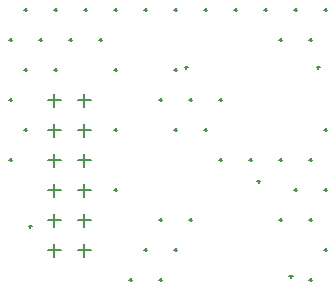
<source format=gbr>
%TF.GenerationSoftware,Altium Limited,Altium Designer,23.4.1 (23)*%
G04 Layer_Color=128*
%FSLAX26Y26*%
%MOIN*%
%TF.SameCoordinates,58D80696-3D7F-4981-BD36-B6FE397AE5C4*%
%TF.FilePolarity,Positive*%
%TF.FileFunction,Drillmap*%
%TF.Part,Single*%
G01*
G75*
%TA.AperFunction,NonConductor*%
%ADD31C,0.005000*%
D31*
X1173347Y3405000D02*
X1216653D01*
X1195000Y3383347D02*
Y3426653D01*
X1273347Y3405000D02*
X1316653D01*
X1295000Y3383347D02*
Y3426653D01*
X1173347Y3605000D02*
X1216653D01*
X1195000Y3583347D02*
Y3626653D01*
X1273347Y3605000D02*
X1316653D01*
X1295000Y3583347D02*
Y3626653D01*
X1273347Y3705000D02*
X1316653D01*
X1295000Y3683347D02*
Y3726653D01*
X1173347Y3705000D02*
X1216653D01*
X1195000Y3683347D02*
Y3726653D01*
X1273347Y3505000D02*
X1316653D01*
X1295000Y3483347D02*
Y3526653D01*
X1173347Y3505000D02*
X1216653D01*
X1195000Y3483347D02*
Y3526653D01*
X1273347Y3305000D02*
X1316653D01*
X1295000Y3283347D02*
Y3326653D01*
X1273347Y3205000D02*
X1316653D01*
X1295000Y3183347D02*
Y3226653D01*
X1173347Y3305000D02*
X1216653D01*
X1195000Y3283347D02*
Y3326653D01*
X1173347Y3205000D02*
X1216653D01*
X1195000Y3183347D02*
Y3226653D01*
X2093095Y4008000D02*
X2104905D01*
X2099000Y4002095D02*
Y4013905D01*
X2043094Y3908000D02*
X2054905D01*
X2049000Y3902095D02*
Y3913905D01*
X2093095Y3608000D02*
X2104905D01*
X2099000Y3602095D02*
Y3613905D01*
X2043094Y3508000D02*
X2054905D01*
X2049000Y3502095D02*
Y3513905D01*
X2093095Y3408000D02*
X2104905D01*
X2099000Y3402095D02*
Y3413905D01*
X2043094Y3308000D02*
X2054905D01*
X2049000Y3302095D02*
Y3313905D01*
X2093095Y3208000D02*
X2104905D01*
X2099000Y3202095D02*
Y3213905D01*
X2043094Y3108000D02*
X2054905D01*
X2049000Y3102095D02*
Y3113905D01*
X1993094Y4008000D02*
X2004906D01*
X1999000Y4002095D02*
Y4013905D01*
X1943094Y3908000D02*
X1954906D01*
X1949000Y3902095D02*
Y3913905D01*
X1943094Y3508000D02*
X1954906D01*
X1949000Y3502095D02*
Y3513905D01*
X1993094Y3408000D02*
X2004906D01*
X1999000Y3402095D02*
Y3413905D01*
X1943094Y3308000D02*
X1954906D01*
X1949000Y3302095D02*
Y3313905D01*
X1893094Y4008000D02*
X1904906D01*
X1899000Y4002095D02*
Y4013905D01*
X1843094Y3508000D02*
X1854906D01*
X1849000Y3502095D02*
Y3513905D01*
X1793094Y4008000D02*
X1804906D01*
X1799000Y4002095D02*
Y4013905D01*
X1743094Y3708000D02*
X1754906D01*
X1749000Y3702095D02*
Y3713905D01*
X1743094Y3508000D02*
X1754906D01*
X1749000Y3502095D02*
Y3513905D01*
X1693094Y4008000D02*
X1704906D01*
X1699000Y4002095D02*
Y4013905D01*
X1643094Y3708000D02*
X1654906D01*
X1649000Y3702095D02*
Y3713905D01*
X1693094Y3608000D02*
X1704906D01*
X1699000Y3602095D02*
Y3613905D01*
X1643094Y3308000D02*
X1654906D01*
X1649000Y3302095D02*
Y3313905D01*
X1593094Y4008000D02*
X1604906D01*
X1599000Y4002095D02*
Y4013905D01*
X1593094Y3808000D02*
X1604906D01*
X1599000Y3802095D02*
Y3813905D01*
X1543094Y3708000D02*
X1554906D01*
X1549000Y3702095D02*
Y3713905D01*
X1593094Y3608000D02*
X1604906D01*
X1599000Y3602095D02*
Y3613905D01*
X1543094Y3308000D02*
X1554906D01*
X1549000Y3302095D02*
Y3313905D01*
X1593094Y3208000D02*
X1604906D01*
X1599000Y3202095D02*
Y3213905D01*
X1543094Y3108000D02*
X1554906D01*
X1549000Y3102095D02*
Y3113905D01*
X1493094Y4008000D02*
X1504906D01*
X1499000Y4002095D02*
Y4013905D01*
X1493094Y3208000D02*
X1504906D01*
X1499000Y3202095D02*
Y3213905D01*
X1443094Y3108000D02*
X1454906D01*
X1449000Y3102095D02*
Y3113905D01*
X1393094Y4008000D02*
X1404906D01*
X1399000Y4002095D02*
Y4013905D01*
X1343094Y3908000D02*
X1354906D01*
X1349000Y3902095D02*
Y3913905D01*
X1393094Y3808000D02*
X1404906D01*
X1399000Y3802095D02*
Y3813905D01*
X1393094Y3608000D02*
X1404906D01*
X1399000Y3602095D02*
Y3613905D01*
X1393094Y3408000D02*
X1404906D01*
X1399000Y3402095D02*
Y3413905D01*
X1293094Y4008000D02*
X1304906D01*
X1299000Y4002095D02*
Y4013905D01*
X1243094Y3908000D02*
X1254906D01*
X1249000Y3902095D02*
Y3913905D01*
X1193094Y4008000D02*
X1204906D01*
X1199000Y4002095D02*
Y4013905D01*
X1143094Y3908000D02*
X1154906D01*
X1149000Y3902095D02*
Y3913905D01*
X1193094Y3808000D02*
X1204906D01*
X1199000Y3802095D02*
Y3813905D01*
X1093094Y4008000D02*
X1104906D01*
X1099000Y4002095D02*
Y4013905D01*
X1043094Y3908000D02*
X1054906D01*
X1049000Y3902095D02*
Y3913905D01*
X1093094Y3808000D02*
X1104906D01*
X1099000Y3802095D02*
Y3813905D01*
X1043094Y3708000D02*
X1054906D01*
X1049000Y3702095D02*
Y3713905D01*
X1093094Y3608000D02*
X1104906D01*
X1099000Y3602095D02*
Y3613905D01*
X1043094Y3508000D02*
X1054906D01*
X1049000Y3502095D02*
Y3513905D01*
X1870094Y3435000D02*
X1881906D01*
X1876000Y3429095D02*
Y3440905D01*
X1977094Y3119000D02*
X1988906D01*
X1983000Y3113095D02*
Y3124905D01*
X1109094Y3285000D02*
X1120906D01*
X1115000Y3279095D02*
Y3290905D01*
X1629094Y3815000D02*
X1640906D01*
X1635000Y3809095D02*
Y3820905D01*
X2069095Y3815000D02*
X2080905D01*
X2075000Y3809095D02*
Y3820905D01*
%TF.MD5,3ca4feabb4e856a7be730f7b4cfda50e*%
M02*

</source>
